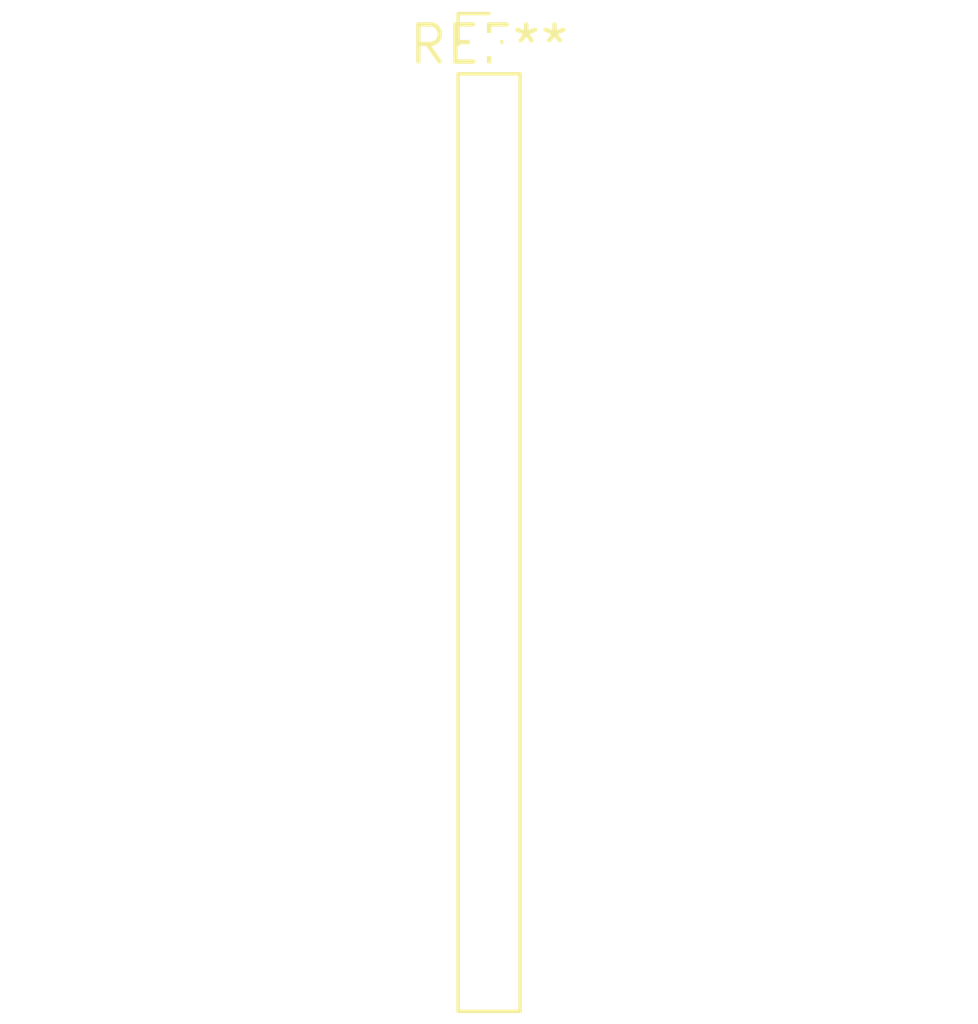
<source format=kicad_pcb>
(kicad_pcb (version 20240108) (generator pcbnew)
  (layers (0 "F.Cu" signal) (31 "B.Cu" signal) (34 "B.Paste" user) (35 "F.Paste" user) (36 "B.SilkS" user "B.Silkscreen") (37 "F.SilkS" user "F.Silkscreen") (38 "B.Mask" user) (39 "F.Mask" user) (44 "Edge.Cuts" user))
  (net 0 "")
  (footprint "PinHeader_1x17_P2.00mm_Vertical" (layer "F.Cu") (at 0 0)
    (property "Reference" "REF**")
    (property "Value" "PinHeader_1x17_P2.00mm_Vertical")
    (fp_line (start -1.06 -1.06) (end 0 -1.06) (layer "F.SilkS") (stroke (width 0.12)))
    (fp_line (start -1.06 0) (end -1.06 -1.06) (layer "F.SilkS") (stroke (width 0.12)))
    (fp_line (start -1.06 1) (end -1.06 33.06) (layer "F.SilkS") (stroke (width 0.12)))
    (fp_line (start -1.06 1) (end 1.06 1) (layer "F.SilkS") (stroke (width 0.12)))
    (fp_line (start -1.06 33.06) (end 1.06 33.06) (layer "F.SilkS") (stroke (width 0.12)))
    (fp_line (start 1.06 1) (end 1.06 33.06) (layer "F.SilkS") (stroke (width 0.12)))
    (pad "1" thru_hole rect (at 0 0) (size 1.35 1.35) (drill 0.8) (layers *.Cu *.Mask) (remove_unused_layers))
    (pad "2" thru_hole oval (at 0 2) (size 1.35 1.35) (drill 0.8) (layers *.Cu *.Mask) (remove_unused_layers))
    (pad "3" thru_hole oval (at 0 4) (size 1.35 1.35) (drill 0.8) (layers *.Cu *.Mask) (remove_unused_layers))
    (pad "4" thru_hole oval (at 0 6) (size 1.35 1.35) (drill 0.8) (layers *.Cu *.Mask) (remove_unused_layers))
    (pad "5" thru_hole oval (at 0 8) (size 1.35 1.35) (drill 0.8) (layers *.Cu *.Mask) (remove_unused_layers))
    (pad "6" thru_hole oval (at 0 10) (size 1.35 1.35) (drill 0.8) (layers *.Cu *.Mask) (remove_unused_layers))
    (pad "7" thru_hole oval (at 0 12) (size 1.35 1.35) (drill 0.8) (layers *.Cu *.Mask) (remove_unused_layers))
    (pad "8" thru_hole oval (at 0 14) (size 1.35 1.35) (drill 0.8) (layers *.Cu *.Mask) (remove_unused_layers))
    (pad "9" thru_hole oval (at 0 16) (size 1.35 1.35) (drill 0.8) (layers *.Cu *.Mask) (remove_unused_layers))
    (pad "10" thru_hole oval (at 0 18) (size 1.35 1.35) (drill 0.8) (layers *.Cu *.Mask) (remove_unused_layers))
    (pad "11" thru_hole oval (at 0 20) (size 1.35 1.35) (drill 0.8) (layers *.Cu *.Mask) (remove_unused_layers))
    (pad "12" thru_hole oval (at 0 22) (size 1.35 1.35) (drill 0.8) (layers *.Cu *.Mask) (remove_unused_layers))
    (pad "13" thru_hole oval (at 0 24) (size 1.35 1.35) (drill 0.8) (layers *.Cu *.Mask) (remove_unused_layers))
    (pad "14" thru_hole oval (at 0 26) (size 1.35 1.35) (drill 0.8) (layers *.Cu *.Mask) (remove_unused_layers))
    (pad "15" thru_hole oval (at 0 28) (size 1.35 1.35) (drill 0.8) (layers *.Cu *.Mask) (remove_unused_layers))
    (pad "16" thru_hole oval (at 0 30) (size 1.35 1.35) (drill 0.8) (layers *.Cu *.Mask) (remove_unused_layers))
    (pad "17" thru_hole oval (at 0 32) (size 1.35 1.35) (drill 0.8) (layers *.Cu *.Mask) (remove_unused_layers))
  )
)
</source>
